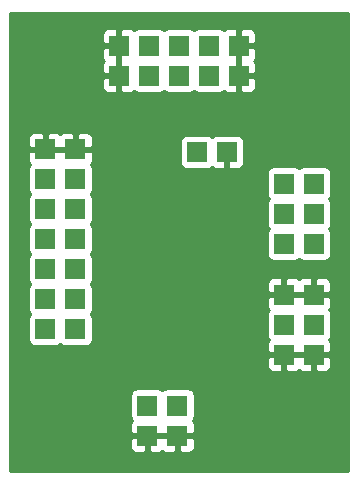
<source format=gbr>
G04 #@! TF.FileFunction,Copper,L1,Top,Signal*
%FSLAX46Y46*%
G04 Gerber Fmt 4.6, Leading zero omitted, Abs format (unit mm)*
G04 Created by KiCad (PCBNEW 0.201503110816+5502~22~ubuntu14.04.1-product) date St 11. březen 2015, 22:28:45 CET*
%MOMM*%
G01*
G04 APERTURE LIST*
%ADD10C,0.100000*%
%ADD11R,1.651000X1.651000*%
%ADD12C,6.000000*%
%ADD13C,0.889000*%
%ADD14C,0.508000*%
%ADD15C,0.254000*%
G04 APERTURE END LIST*
D10*
D11*
X26670000Y20193000D03*
X26670000Y22733000D03*
X26670000Y25273000D03*
X24130000Y25273000D03*
X24130000Y22733000D03*
X24130000Y20193000D03*
X26670000Y10795000D03*
X26670000Y13335000D03*
X26670000Y15875000D03*
X24130000Y15875000D03*
X24130000Y13335000D03*
X24130000Y10795000D03*
X6477000Y28194000D03*
X3937000Y12954000D03*
X6477000Y25654000D03*
X3937000Y18034000D03*
X3937000Y25654000D03*
X6477000Y23114000D03*
X6477000Y18034000D03*
X3937000Y20574000D03*
X6477000Y12954000D03*
X6477000Y15494000D03*
X6477000Y20574000D03*
X3937000Y23114000D03*
X3937000Y15494000D03*
X3937000Y28194000D03*
X17780000Y34417000D03*
X10160000Y36957000D03*
X15240000Y36957000D03*
X10160000Y34417000D03*
X20320000Y36957000D03*
X17780000Y36957000D03*
X12700000Y36957000D03*
X20320000Y34417000D03*
X12700000Y34417000D03*
X15240000Y34417000D03*
D12*
X25400000Y5080000D03*
X5080000Y35560000D03*
X5080000Y5080000D03*
X25400000Y35560000D03*
D11*
X16764000Y27940000D03*
X19304000Y27940000D03*
X12573000Y6477000D03*
X12573000Y3937000D03*
X15113000Y3937000D03*
X15113000Y6477000D03*
D13*
X22352000Y17018000D03*
D14*
X22352000Y17018000D02*
X19304000Y20066000D01*
X19304000Y20066000D02*
X19304000Y27940000D01*
D15*
G36*
X29539000Y941000D02*
X28142940Y941000D01*
X28142940Y12509500D01*
X28142940Y14160500D01*
X28142940Y19367500D01*
X28142940Y21018500D01*
X28095963Y21260623D01*
X27962194Y21464261D01*
X28092877Y21657860D01*
X28142940Y21907500D01*
X28142940Y23558500D01*
X28095963Y23800623D01*
X27962194Y24004261D01*
X28092877Y24197860D01*
X28142940Y24447500D01*
X28142940Y26098500D01*
X28095963Y26340623D01*
X27956173Y26553427D01*
X27745140Y26695877D01*
X27495500Y26745940D01*
X25844500Y26745940D01*
X25602377Y26698963D01*
X25398739Y26565195D01*
X25205140Y26695877D01*
X24955500Y26745940D01*
X23304500Y26745940D01*
X23062377Y26698963D01*
X22849573Y26559173D01*
X22707123Y26348140D01*
X22657060Y26098500D01*
X22657060Y24447500D01*
X22704037Y24205377D01*
X22837805Y24001740D01*
X22707123Y23808140D01*
X22657060Y23558500D01*
X22657060Y21907500D01*
X22704037Y21665377D01*
X22837805Y21461740D01*
X22707123Y21268140D01*
X22657060Y21018500D01*
X22657060Y19367500D01*
X22704037Y19125377D01*
X22843827Y18912573D01*
X23054860Y18770123D01*
X23304500Y18720060D01*
X24955500Y18720060D01*
X25197623Y18767037D01*
X25401260Y18900806D01*
X25594860Y18770123D01*
X25844500Y18720060D01*
X27495500Y18720060D01*
X27737623Y18767037D01*
X27950427Y18906827D01*
X28092877Y19117860D01*
X28142940Y19367500D01*
X28142940Y14160500D01*
X28095963Y14402623D01*
X27957473Y14613448D01*
X28033827Y14689802D01*
X28130500Y14923191D01*
X28130500Y15589250D01*
X28130500Y16160750D01*
X28130500Y16826809D01*
X28033827Y17060198D01*
X27855199Y17238827D01*
X27621810Y17335500D01*
X27369191Y17335500D01*
X26955750Y17335500D01*
X26797000Y17176750D01*
X26797000Y16002000D01*
X27971750Y16002000D01*
X28130500Y16160750D01*
X28130500Y15589250D01*
X27971750Y15748000D01*
X26797000Y15748000D01*
X26797000Y15728000D01*
X26543000Y15728000D01*
X26543000Y15748000D01*
X26543000Y16002000D01*
X26543000Y17176750D01*
X26384250Y17335500D01*
X25970809Y17335500D01*
X25718190Y17335500D01*
X25484801Y17238827D01*
X25400000Y17154026D01*
X25315199Y17238827D01*
X25081810Y17335500D01*
X24829191Y17335500D01*
X24415750Y17335500D01*
X24257000Y17176750D01*
X24257000Y16002000D01*
X25368250Y16002000D01*
X25431750Y16002000D01*
X26543000Y16002000D01*
X26543000Y15748000D01*
X25431750Y15748000D01*
X25368250Y15748000D01*
X24257000Y15748000D01*
X24257000Y15728000D01*
X24003000Y15728000D01*
X24003000Y15748000D01*
X24003000Y16002000D01*
X24003000Y17176750D01*
X23844250Y17335500D01*
X23430809Y17335500D01*
X23178190Y17335500D01*
X22944801Y17238827D01*
X22766173Y17060198D01*
X22669500Y16826809D01*
X22669500Y16160750D01*
X22828250Y16002000D01*
X24003000Y16002000D01*
X24003000Y15748000D01*
X22828250Y15748000D01*
X22669500Y15589250D01*
X22669500Y14923191D01*
X22766173Y14689802D01*
X22843620Y14612355D01*
X22707123Y14410140D01*
X22657060Y14160500D01*
X22657060Y12509500D01*
X22704037Y12267377D01*
X22842526Y12056553D01*
X22766173Y11980198D01*
X22669500Y11746809D01*
X22669500Y11080750D01*
X22828250Y10922000D01*
X24003000Y10922000D01*
X24003000Y10942000D01*
X24257000Y10942000D01*
X24257000Y10922000D01*
X25368250Y10922000D01*
X25431750Y10922000D01*
X26543000Y10922000D01*
X26543000Y10942000D01*
X26797000Y10942000D01*
X26797000Y10922000D01*
X27971750Y10922000D01*
X28130500Y11080750D01*
X28130500Y11746809D01*
X28033827Y11980198D01*
X27956379Y12057646D01*
X28092877Y12259860D01*
X28142940Y12509500D01*
X28142940Y941000D01*
X28130500Y941000D01*
X28130500Y9843191D01*
X28130500Y10509250D01*
X27971750Y10668000D01*
X26797000Y10668000D01*
X26797000Y9493250D01*
X26955750Y9334500D01*
X27369191Y9334500D01*
X27621810Y9334500D01*
X27855199Y9431173D01*
X28033827Y9609802D01*
X28130500Y9843191D01*
X28130500Y941000D01*
X26543000Y941000D01*
X26543000Y9493250D01*
X26543000Y10668000D01*
X25431750Y10668000D01*
X25368250Y10668000D01*
X24257000Y10668000D01*
X24257000Y9493250D01*
X24415750Y9334500D01*
X24829191Y9334500D01*
X25081810Y9334500D01*
X25315199Y9431173D01*
X25400000Y9515975D01*
X25484801Y9431173D01*
X25718190Y9334500D01*
X25970809Y9334500D01*
X26384250Y9334500D01*
X26543000Y9493250D01*
X26543000Y941000D01*
X24003000Y941000D01*
X24003000Y9493250D01*
X24003000Y10668000D01*
X22828250Y10668000D01*
X22669500Y10509250D01*
X22669500Y9843191D01*
X22766173Y9609802D01*
X22944801Y9431173D01*
X23178190Y9334500D01*
X23430809Y9334500D01*
X23844250Y9334500D01*
X24003000Y9493250D01*
X24003000Y941000D01*
X21780500Y941000D01*
X21780500Y33465190D01*
X21780500Y33717809D01*
X21780500Y34131250D01*
X21780500Y34702750D01*
X21780500Y35116191D01*
X21780500Y35368810D01*
X21683827Y35602199D01*
X21599025Y35687000D01*
X21683827Y35771801D01*
X21780500Y36005190D01*
X21780500Y36257809D01*
X21780500Y36671250D01*
X21780500Y37242750D01*
X21780500Y37656191D01*
X21780500Y37908810D01*
X21683827Y38142199D01*
X21505198Y38320827D01*
X21271809Y38417500D01*
X20605750Y38417500D01*
X20447000Y38258750D01*
X20447000Y37084000D01*
X21621750Y37084000D01*
X21780500Y37242750D01*
X21780500Y36671250D01*
X21621750Y36830000D01*
X20447000Y36830000D01*
X20447000Y35718750D01*
X20447000Y35655250D01*
X20447000Y34544000D01*
X21621750Y34544000D01*
X21780500Y34702750D01*
X21780500Y34131250D01*
X21621750Y34290000D01*
X20447000Y34290000D01*
X20447000Y33115250D01*
X20605750Y32956500D01*
X21271809Y32956500D01*
X21505198Y33053173D01*
X21683827Y33231801D01*
X21780500Y33465190D01*
X21780500Y941000D01*
X20776940Y941000D01*
X20776940Y27114500D01*
X20776940Y28765500D01*
X20729963Y29007623D01*
X20590173Y29220427D01*
X20379140Y29362877D01*
X20193000Y29400205D01*
X20193000Y33115250D01*
X20193000Y34290000D01*
X20173000Y34290000D01*
X20173000Y34544000D01*
X20193000Y34544000D01*
X20193000Y35655250D01*
X20193000Y35718750D01*
X20193000Y36830000D01*
X20173000Y36830000D01*
X20173000Y37084000D01*
X20193000Y37084000D01*
X20193000Y38258750D01*
X20034250Y38417500D01*
X19368191Y38417500D01*
X19134802Y38320827D01*
X19057354Y38243380D01*
X18855140Y38379877D01*
X18605500Y38429940D01*
X16954500Y38429940D01*
X16712377Y38382963D01*
X16508739Y38249195D01*
X16315140Y38379877D01*
X16065500Y38429940D01*
X14414500Y38429940D01*
X14172377Y38382963D01*
X13968739Y38249195D01*
X13775140Y38379877D01*
X13525500Y38429940D01*
X11874500Y38429940D01*
X11632377Y38382963D01*
X11421552Y38244474D01*
X11345198Y38320827D01*
X11111809Y38417500D01*
X10445750Y38417500D01*
X10287000Y38258750D01*
X10287000Y37084000D01*
X10307000Y37084000D01*
X10307000Y36830000D01*
X10287000Y36830000D01*
X10287000Y35718750D01*
X10287000Y35655250D01*
X10287000Y34544000D01*
X10307000Y34544000D01*
X10307000Y34290000D01*
X10287000Y34290000D01*
X10287000Y33115250D01*
X10445750Y32956500D01*
X11111809Y32956500D01*
X11345198Y33053173D01*
X11422645Y33130621D01*
X11624860Y32994123D01*
X11874500Y32944060D01*
X13525500Y32944060D01*
X13767623Y32991037D01*
X13971260Y33124806D01*
X14164860Y32994123D01*
X14414500Y32944060D01*
X16065500Y32944060D01*
X16307623Y32991037D01*
X16511260Y33124806D01*
X16704860Y32994123D01*
X16954500Y32944060D01*
X18605500Y32944060D01*
X18847623Y32991037D01*
X19058447Y33129527D01*
X19134802Y33053173D01*
X19368191Y32956500D01*
X20034250Y32956500D01*
X20193000Y33115250D01*
X20193000Y29400205D01*
X20129500Y29412940D01*
X18478500Y29412940D01*
X18236377Y29365963D01*
X18032739Y29232195D01*
X17839140Y29362877D01*
X17589500Y29412940D01*
X15938500Y29412940D01*
X15696377Y29365963D01*
X15483573Y29226173D01*
X15341123Y29015140D01*
X15291060Y28765500D01*
X15291060Y27114500D01*
X15338037Y26872377D01*
X15477827Y26659573D01*
X15688860Y26517123D01*
X15938500Y26467060D01*
X17589500Y26467060D01*
X17831623Y26514037D01*
X18035260Y26647806D01*
X18228860Y26517123D01*
X18478500Y26467060D01*
X20129500Y26467060D01*
X20371623Y26514037D01*
X20584427Y26653827D01*
X20726877Y26864860D01*
X20776940Y27114500D01*
X20776940Y941000D01*
X16585940Y941000D01*
X16585940Y5651500D01*
X16585940Y7302500D01*
X16538963Y7544623D01*
X16399173Y7757427D01*
X16188140Y7899877D01*
X15938500Y7949940D01*
X14287500Y7949940D01*
X14045377Y7902963D01*
X13841739Y7769195D01*
X13648140Y7899877D01*
X13398500Y7949940D01*
X11747500Y7949940D01*
X11505377Y7902963D01*
X11292573Y7763173D01*
X11150123Y7552140D01*
X11100060Y7302500D01*
X11100060Y5651500D01*
X11147037Y5409377D01*
X11285526Y5198553D01*
X11209173Y5122198D01*
X11112500Y4888809D01*
X11112500Y4222750D01*
X11271250Y4064000D01*
X12446000Y4064000D01*
X12446000Y4084000D01*
X12700000Y4084000D01*
X12700000Y4064000D01*
X13811250Y4064000D01*
X13874750Y4064000D01*
X14986000Y4064000D01*
X14986000Y4084000D01*
X15240000Y4084000D01*
X15240000Y4064000D01*
X16414750Y4064000D01*
X16573500Y4222750D01*
X16573500Y4888809D01*
X16476827Y5122198D01*
X16399379Y5199646D01*
X16535877Y5401860D01*
X16585940Y5651500D01*
X16585940Y941000D01*
X16573500Y941000D01*
X16573500Y2985191D01*
X16573500Y3651250D01*
X16414750Y3810000D01*
X15240000Y3810000D01*
X15240000Y2635250D01*
X15398750Y2476500D01*
X15812191Y2476500D01*
X16064810Y2476500D01*
X16298199Y2573173D01*
X16476827Y2751802D01*
X16573500Y2985191D01*
X16573500Y941000D01*
X14986000Y941000D01*
X14986000Y2635250D01*
X14986000Y3810000D01*
X13874750Y3810000D01*
X13811250Y3810000D01*
X12700000Y3810000D01*
X12700000Y2635250D01*
X12858750Y2476500D01*
X13272191Y2476500D01*
X13524810Y2476500D01*
X13758199Y2573173D01*
X13843000Y2657975D01*
X13927801Y2573173D01*
X14161190Y2476500D01*
X14413809Y2476500D01*
X14827250Y2476500D01*
X14986000Y2635250D01*
X14986000Y941000D01*
X12446000Y941000D01*
X12446000Y2635250D01*
X12446000Y3810000D01*
X11271250Y3810000D01*
X11112500Y3651250D01*
X11112500Y2985191D01*
X11209173Y2751802D01*
X11387801Y2573173D01*
X11621190Y2476500D01*
X11873809Y2476500D01*
X12287250Y2476500D01*
X12446000Y2635250D01*
X12446000Y941000D01*
X10033000Y941000D01*
X10033000Y33115250D01*
X10033000Y34290000D01*
X10033000Y34544000D01*
X10033000Y35655250D01*
X10033000Y35718750D01*
X10033000Y36830000D01*
X10033000Y37084000D01*
X10033000Y38258750D01*
X9874250Y38417500D01*
X9208191Y38417500D01*
X8974802Y38320827D01*
X8796173Y38142199D01*
X8699500Y37908810D01*
X8699500Y37656191D01*
X8699500Y37242750D01*
X8858250Y37084000D01*
X10033000Y37084000D01*
X10033000Y36830000D01*
X8858250Y36830000D01*
X8699500Y36671250D01*
X8699500Y36257809D01*
X8699500Y36005190D01*
X8796173Y35771801D01*
X8880974Y35687000D01*
X8796173Y35602199D01*
X8699500Y35368810D01*
X8699500Y35116191D01*
X8699500Y34702750D01*
X8858250Y34544000D01*
X10033000Y34544000D01*
X10033000Y34290000D01*
X8858250Y34290000D01*
X8699500Y34131250D01*
X8699500Y33717809D01*
X8699500Y33465190D01*
X8796173Y33231801D01*
X8974802Y33053173D01*
X9208191Y32956500D01*
X9874250Y32956500D01*
X10033000Y33115250D01*
X10033000Y941000D01*
X7949940Y941000D01*
X7949940Y12128500D01*
X7949940Y13779500D01*
X7902963Y14021623D01*
X7769194Y14225261D01*
X7899877Y14418860D01*
X7949940Y14668500D01*
X7949940Y16319500D01*
X7902963Y16561623D01*
X7769194Y16765261D01*
X7899877Y16958860D01*
X7949940Y17208500D01*
X7949940Y18859500D01*
X7902963Y19101623D01*
X7769194Y19305261D01*
X7899877Y19498860D01*
X7949940Y19748500D01*
X7949940Y21399500D01*
X7902963Y21641623D01*
X7769194Y21845261D01*
X7899877Y22038860D01*
X7949940Y22288500D01*
X7949940Y23939500D01*
X7902963Y24181623D01*
X7769194Y24385261D01*
X7899877Y24578860D01*
X7949940Y24828500D01*
X7949940Y26479500D01*
X7902963Y26721623D01*
X7764473Y26932448D01*
X7840827Y27008802D01*
X7937500Y27242191D01*
X7937500Y27908250D01*
X7937500Y28479750D01*
X7937500Y29145809D01*
X7840827Y29379198D01*
X7662199Y29557827D01*
X7428810Y29654500D01*
X7176191Y29654500D01*
X6762750Y29654500D01*
X6604000Y29495750D01*
X6604000Y28321000D01*
X7778750Y28321000D01*
X7937500Y28479750D01*
X7937500Y27908250D01*
X7778750Y28067000D01*
X6604000Y28067000D01*
X6604000Y28047000D01*
X6350000Y28047000D01*
X6350000Y28067000D01*
X6350000Y28321000D01*
X6350000Y29495750D01*
X6191250Y29654500D01*
X5777809Y29654500D01*
X5525190Y29654500D01*
X5291801Y29557827D01*
X5207000Y29473026D01*
X5122199Y29557827D01*
X4888810Y29654500D01*
X4636191Y29654500D01*
X4222750Y29654500D01*
X4064000Y29495750D01*
X4064000Y28321000D01*
X5175250Y28321000D01*
X5238750Y28321000D01*
X6350000Y28321000D01*
X6350000Y28067000D01*
X5238750Y28067000D01*
X5175250Y28067000D01*
X4064000Y28067000D01*
X4064000Y28047000D01*
X3810000Y28047000D01*
X3810000Y28067000D01*
X3810000Y28321000D01*
X3810000Y29495750D01*
X3651250Y29654500D01*
X3237809Y29654500D01*
X2985190Y29654500D01*
X2751801Y29557827D01*
X2573173Y29379198D01*
X2476500Y29145809D01*
X2476500Y28479750D01*
X2635250Y28321000D01*
X3810000Y28321000D01*
X3810000Y28067000D01*
X2635250Y28067000D01*
X2476500Y27908250D01*
X2476500Y27242191D01*
X2573173Y27008802D01*
X2650620Y26931355D01*
X2514123Y26729140D01*
X2464060Y26479500D01*
X2464060Y24828500D01*
X2511037Y24586377D01*
X2644805Y24382740D01*
X2514123Y24189140D01*
X2464060Y23939500D01*
X2464060Y22288500D01*
X2511037Y22046377D01*
X2644805Y21842740D01*
X2514123Y21649140D01*
X2464060Y21399500D01*
X2464060Y19748500D01*
X2511037Y19506377D01*
X2644805Y19302740D01*
X2514123Y19109140D01*
X2464060Y18859500D01*
X2464060Y17208500D01*
X2511037Y16966377D01*
X2644805Y16762740D01*
X2514123Y16569140D01*
X2464060Y16319500D01*
X2464060Y14668500D01*
X2511037Y14426377D01*
X2644805Y14222740D01*
X2514123Y14029140D01*
X2464060Y13779500D01*
X2464060Y12128500D01*
X2511037Y11886377D01*
X2650827Y11673573D01*
X2861860Y11531123D01*
X3111500Y11481060D01*
X4762500Y11481060D01*
X5004623Y11528037D01*
X5208260Y11661806D01*
X5401860Y11531123D01*
X5651500Y11481060D01*
X7302500Y11481060D01*
X7544623Y11528037D01*
X7757427Y11667827D01*
X7899877Y11878860D01*
X7949940Y12128500D01*
X7949940Y941000D01*
X941000Y941000D01*
X941000Y39699000D01*
X29539000Y39699000D01*
X29539000Y941000D01*
X29539000Y941000D01*
G37*
X29539000Y941000D02*
X28142940Y941000D01*
X28142940Y12509500D01*
X28142940Y14160500D01*
X28142940Y19367500D01*
X28142940Y21018500D01*
X28095963Y21260623D01*
X27962194Y21464261D01*
X28092877Y21657860D01*
X28142940Y21907500D01*
X28142940Y23558500D01*
X28095963Y23800623D01*
X27962194Y24004261D01*
X28092877Y24197860D01*
X28142940Y24447500D01*
X28142940Y26098500D01*
X28095963Y26340623D01*
X27956173Y26553427D01*
X27745140Y26695877D01*
X27495500Y26745940D01*
X25844500Y26745940D01*
X25602377Y26698963D01*
X25398739Y26565195D01*
X25205140Y26695877D01*
X24955500Y26745940D01*
X23304500Y26745940D01*
X23062377Y26698963D01*
X22849573Y26559173D01*
X22707123Y26348140D01*
X22657060Y26098500D01*
X22657060Y24447500D01*
X22704037Y24205377D01*
X22837805Y24001740D01*
X22707123Y23808140D01*
X22657060Y23558500D01*
X22657060Y21907500D01*
X22704037Y21665377D01*
X22837805Y21461740D01*
X22707123Y21268140D01*
X22657060Y21018500D01*
X22657060Y19367500D01*
X22704037Y19125377D01*
X22843827Y18912573D01*
X23054860Y18770123D01*
X23304500Y18720060D01*
X24955500Y18720060D01*
X25197623Y18767037D01*
X25401260Y18900806D01*
X25594860Y18770123D01*
X25844500Y18720060D01*
X27495500Y18720060D01*
X27737623Y18767037D01*
X27950427Y18906827D01*
X28092877Y19117860D01*
X28142940Y19367500D01*
X28142940Y14160500D01*
X28095963Y14402623D01*
X27957473Y14613448D01*
X28033827Y14689802D01*
X28130500Y14923191D01*
X28130500Y15589250D01*
X28130500Y16160750D01*
X28130500Y16826809D01*
X28033827Y17060198D01*
X27855199Y17238827D01*
X27621810Y17335500D01*
X27369191Y17335500D01*
X26955750Y17335500D01*
X26797000Y17176750D01*
X26797000Y16002000D01*
X27971750Y16002000D01*
X28130500Y16160750D01*
X28130500Y15589250D01*
X27971750Y15748000D01*
X26797000Y15748000D01*
X26797000Y15728000D01*
X26543000Y15728000D01*
X26543000Y15748000D01*
X26543000Y16002000D01*
X26543000Y17176750D01*
X26384250Y17335500D01*
X25970809Y17335500D01*
X25718190Y17335500D01*
X25484801Y17238827D01*
X25400000Y17154026D01*
X25315199Y17238827D01*
X25081810Y17335500D01*
X24829191Y17335500D01*
X24415750Y17335500D01*
X24257000Y17176750D01*
X24257000Y16002000D01*
X25368250Y16002000D01*
X25431750Y16002000D01*
X26543000Y16002000D01*
X26543000Y15748000D01*
X25431750Y15748000D01*
X25368250Y15748000D01*
X24257000Y15748000D01*
X24257000Y15728000D01*
X24003000Y15728000D01*
X24003000Y15748000D01*
X24003000Y16002000D01*
X24003000Y17176750D01*
X23844250Y17335500D01*
X23430809Y17335500D01*
X23178190Y17335500D01*
X22944801Y17238827D01*
X22766173Y17060198D01*
X22669500Y16826809D01*
X22669500Y16160750D01*
X22828250Y16002000D01*
X24003000Y16002000D01*
X24003000Y15748000D01*
X22828250Y15748000D01*
X22669500Y15589250D01*
X22669500Y14923191D01*
X22766173Y14689802D01*
X22843620Y14612355D01*
X22707123Y14410140D01*
X22657060Y14160500D01*
X22657060Y12509500D01*
X22704037Y12267377D01*
X22842526Y12056553D01*
X22766173Y11980198D01*
X22669500Y11746809D01*
X22669500Y11080750D01*
X22828250Y10922000D01*
X24003000Y10922000D01*
X24003000Y10942000D01*
X24257000Y10942000D01*
X24257000Y10922000D01*
X25368250Y10922000D01*
X25431750Y10922000D01*
X26543000Y10922000D01*
X26543000Y10942000D01*
X26797000Y10942000D01*
X26797000Y10922000D01*
X27971750Y10922000D01*
X28130500Y11080750D01*
X28130500Y11746809D01*
X28033827Y11980198D01*
X27956379Y12057646D01*
X28092877Y12259860D01*
X28142940Y12509500D01*
X28142940Y941000D01*
X28130500Y941000D01*
X28130500Y9843191D01*
X28130500Y10509250D01*
X27971750Y10668000D01*
X26797000Y10668000D01*
X26797000Y9493250D01*
X26955750Y9334500D01*
X27369191Y9334500D01*
X27621810Y9334500D01*
X27855199Y9431173D01*
X28033827Y9609802D01*
X28130500Y9843191D01*
X28130500Y941000D01*
X26543000Y941000D01*
X26543000Y9493250D01*
X26543000Y10668000D01*
X25431750Y10668000D01*
X25368250Y10668000D01*
X24257000Y10668000D01*
X24257000Y9493250D01*
X24415750Y9334500D01*
X24829191Y9334500D01*
X25081810Y9334500D01*
X25315199Y9431173D01*
X25400000Y9515975D01*
X25484801Y9431173D01*
X25718190Y9334500D01*
X25970809Y9334500D01*
X26384250Y9334500D01*
X26543000Y9493250D01*
X26543000Y941000D01*
X24003000Y941000D01*
X24003000Y9493250D01*
X24003000Y10668000D01*
X22828250Y10668000D01*
X22669500Y10509250D01*
X22669500Y9843191D01*
X22766173Y9609802D01*
X22944801Y9431173D01*
X23178190Y9334500D01*
X23430809Y9334500D01*
X23844250Y9334500D01*
X24003000Y9493250D01*
X24003000Y941000D01*
X21780500Y941000D01*
X21780500Y33465190D01*
X21780500Y33717809D01*
X21780500Y34131250D01*
X21780500Y34702750D01*
X21780500Y35116191D01*
X21780500Y35368810D01*
X21683827Y35602199D01*
X21599025Y35687000D01*
X21683827Y35771801D01*
X21780500Y36005190D01*
X21780500Y36257809D01*
X21780500Y36671250D01*
X21780500Y37242750D01*
X21780500Y37656191D01*
X21780500Y37908810D01*
X21683827Y38142199D01*
X21505198Y38320827D01*
X21271809Y38417500D01*
X20605750Y38417500D01*
X20447000Y38258750D01*
X20447000Y37084000D01*
X21621750Y37084000D01*
X21780500Y37242750D01*
X21780500Y36671250D01*
X21621750Y36830000D01*
X20447000Y36830000D01*
X20447000Y35718750D01*
X20447000Y35655250D01*
X20447000Y34544000D01*
X21621750Y34544000D01*
X21780500Y34702750D01*
X21780500Y34131250D01*
X21621750Y34290000D01*
X20447000Y34290000D01*
X20447000Y33115250D01*
X20605750Y32956500D01*
X21271809Y32956500D01*
X21505198Y33053173D01*
X21683827Y33231801D01*
X21780500Y33465190D01*
X21780500Y941000D01*
X20776940Y941000D01*
X20776940Y27114500D01*
X20776940Y28765500D01*
X20729963Y29007623D01*
X20590173Y29220427D01*
X20379140Y29362877D01*
X20193000Y29400205D01*
X20193000Y33115250D01*
X20193000Y34290000D01*
X20173000Y34290000D01*
X20173000Y34544000D01*
X20193000Y34544000D01*
X20193000Y35655250D01*
X20193000Y35718750D01*
X20193000Y36830000D01*
X20173000Y36830000D01*
X20173000Y37084000D01*
X20193000Y37084000D01*
X20193000Y38258750D01*
X20034250Y38417500D01*
X19368191Y38417500D01*
X19134802Y38320827D01*
X19057354Y38243380D01*
X18855140Y38379877D01*
X18605500Y38429940D01*
X16954500Y38429940D01*
X16712377Y38382963D01*
X16508739Y38249195D01*
X16315140Y38379877D01*
X16065500Y38429940D01*
X14414500Y38429940D01*
X14172377Y38382963D01*
X13968739Y38249195D01*
X13775140Y38379877D01*
X13525500Y38429940D01*
X11874500Y38429940D01*
X11632377Y38382963D01*
X11421552Y38244474D01*
X11345198Y38320827D01*
X11111809Y38417500D01*
X10445750Y38417500D01*
X10287000Y38258750D01*
X10287000Y37084000D01*
X10307000Y37084000D01*
X10307000Y36830000D01*
X10287000Y36830000D01*
X10287000Y35718750D01*
X10287000Y35655250D01*
X10287000Y34544000D01*
X10307000Y34544000D01*
X10307000Y34290000D01*
X10287000Y34290000D01*
X10287000Y33115250D01*
X10445750Y32956500D01*
X11111809Y32956500D01*
X11345198Y33053173D01*
X11422645Y33130621D01*
X11624860Y32994123D01*
X11874500Y32944060D01*
X13525500Y32944060D01*
X13767623Y32991037D01*
X13971260Y33124806D01*
X14164860Y32994123D01*
X14414500Y32944060D01*
X16065500Y32944060D01*
X16307623Y32991037D01*
X16511260Y33124806D01*
X16704860Y32994123D01*
X16954500Y32944060D01*
X18605500Y32944060D01*
X18847623Y32991037D01*
X19058447Y33129527D01*
X19134802Y33053173D01*
X19368191Y32956500D01*
X20034250Y32956500D01*
X20193000Y33115250D01*
X20193000Y29400205D01*
X20129500Y29412940D01*
X18478500Y29412940D01*
X18236377Y29365963D01*
X18032739Y29232195D01*
X17839140Y29362877D01*
X17589500Y29412940D01*
X15938500Y29412940D01*
X15696377Y29365963D01*
X15483573Y29226173D01*
X15341123Y29015140D01*
X15291060Y28765500D01*
X15291060Y27114500D01*
X15338037Y26872377D01*
X15477827Y26659573D01*
X15688860Y26517123D01*
X15938500Y26467060D01*
X17589500Y26467060D01*
X17831623Y26514037D01*
X18035260Y26647806D01*
X18228860Y26517123D01*
X18478500Y26467060D01*
X20129500Y26467060D01*
X20371623Y26514037D01*
X20584427Y26653827D01*
X20726877Y26864860D01*
X20776940Y27114500D01*
X20776940Y941000D01*
X16585940Y941000D01*
X16585940Y5651500D01*
X16585940Y7302500D01*
X16538963Y7544623D01*
X16399173Y7757427D01*
X16188140Y7899877D01*
X15938500Y7949940D01*
X14287500Y7949940D01*
X14045377Y7902963D01*
X13841739Y7769195D01*
X13648140Y7899877D01*
X13398500Y7949940D01*
X11747500Y7949940D01*
X11505377Y7902963D01*
X11292573Y7763173D01*
X11150123Y7552140D01*
X11100060Y7302500D01*
X11100060Y5651500D01*
X11147037Y5409377D01*
X11285526Y5198553D01*
X11209173Y5122198D01*
X11112500Y4888809D01*
X11112500Y4222750D01*
X11271250Y4064000D01*
X12446000Y4064000D01*
X12446000Y4084000D01*
X12700000Y4084000D01*
X12700000Y4064000D01*
X13811250Y4064000D01*
X13874750Y4064000D01*
X14986000Y4064000D01*
X14986000Y4084000D01*
X15240000Y4084000D01*
X15240000Y4064000D01*
X16414750Y4064000D01*
X16573500Y4222750D01*
X16573500Y4888809D01*
X16476827Y5122198D01*
X16399379Y5199646D01*
X16535877Y5401860D01*
X16585940Y5651500D01*
X16585940Y941000D01*
X16573500Y941000D01*
X16573500Y2985191D01*
X16573500Y3651250D01*
X16414750Y3810000D01*
X15240000Y3810000D01*
X15240000Y2635250D01*
X15398750Y2476500D01*
X15812191Y2476500D01*
X16064810Y2476500D01*
X16298199Y2573173D01*
X16476827Y2751802D01*
X16573500Y2985191D01*
X16573500Y941000D01*
X14986000Y941000D01*
X14986000Y2635250D01*
X14986000Y3810000D01*
X13874750Y3810000D01*
X13811250Y3810000D01*
X12700000Y3810000D01*
X12700000Y2635250D01*
X12858750Y2476500D01*
X13272191Y2476500D01*
X13524810Y2476500D01*
X13758199Y2573173D01*
X13843000Y2657975D01*
X13927801Y2573173D01*
X14161190Y2476500D01*
X14413809Y2476500D01*
X14827250Y2476500D01*
X14986000Y2635250D01*
X14986000Y941000D01*
X12446000Y941000D01*
X12446000Y2635250D01*
X12446000Y3810000D01*
X11271250Y3810000D01*
X11112500Y3651250D01*
X11112500Y2985191D01*
X11209173Y2751802D01*
X11387801Y2573173D01*
X11621190Y2476500D01*
X11873809Y2476500D01*
X12287250Y2476500D01*
X12446000Y2635250D01*
X12446000Y941000D01*
X10033000Y941000D01*
X10033000Y33115250D01*
X10033000Y34290000D01*
X10033000Y34544000D01*
X10033000Y35655250D01*
X10033000Y35718750D01*
X10033000Y36830000D01*
X10033000Y37084000D01*
X10033000Y38258750D01*
X9874250Y38417500D01*
X9208191Y38417500D01*
X8974802Y38320827D01*
X8796173Y38142199D01*
X8699500Y37908810D01*
X8699500Y37656191D01*
X8699500Y37242750D01*
X8858250Y37084000D01*
X10033000Y37084000D01*
X10033000Y36830000D01*
X8858250Y36830000D01*
X8699500Y36671250D01*
X8699500Y36257809D01*
X8699500Y36005190D01*
X8796173Y35771801D01*
X8880974Y35687000D01*
X8796173Y35602199D01*
X8699500Y35368810D01*
X8699500Y35116191D01*
X8699500Y34702750D01*
X8858250Y34544000D01*
X10033000Y34544000D01*
X10033000Y34290000D01*
X8858250Y34290000D01*
X8699500Y34131250D01*
X8699500Y33717809D01*
X8699500Y33465190D01*
X8796173Y33231801D01*
X8974802Y33053173D01*
X9208191Y32956500D01*
X9874250Y32956500D01*
X10033000Y33115250D01*
X10033000Y941000D01*
X7949940Y941000D01*
X7949940Y12128500D01*
X7949940Y13779500D01*
X7902963Y14021623D01*
X7769194Y14225261D01*
X7899877Y14418860D01*
X7949940Y14668500D01*
X7949940Y16319500D01*
X7902963Y16561623D01*
X7769194Y16765261D01*
X7899877Y16958860D01*
X7949940Y17208500D01*
X7949940Y18859500D01*
X7902963Y19101623D01*
X7769194Y19305261D01*
X7899877Y19498860D01*
X7949940Y19748500D01*
X7949940Y21399500D01*
X7902963Y21641623D01*
X7769194Y21845261D01*
X7899877Y22038860D01*
X7949940Y22288500D01*
X7949940Y23939500D01*
X7902963Y24181623D01*
X7769194Y24385261D01*
X7899877Y24578860D01*
X7949940Y24828500D01*
X7949940Y26479500D01*
X7902963Y26721623D01*
X7764473Y26932448D01*
X7840827Y27008802D01*
X7937500Y27242191D01*
X7937500Y27908250D01*
X7937500Y28479750D01*
X7937500Y29145809D01*
X7840827Y29379198D01*
X7662199Y29557827D01*
X7428810Y29654500D01*
X7176191Y29654500D01*
X6762750Y29654500D01*
X6604000Y29495750D01*
X6604000Y28321000D01*
X7778750Y28321000D01*
X7937500Y28479750D01*
X7937500Y27908250D01*
X7778750Y28067000D01*
X6604000Y28067000D01*
X6604000Y28047000D01*
X6350000Y28047000D01*
X6350000Y28067000D01*
X6350000Y28321000D01*
X6350000Y29495750D01*
X6191250Y29654500D01*
X5777809Y29654500D01*
X5525190Y29654500D01*
X5291801Y29557827D01*
X5207000Y29473026D01*
X5122199Y29557827D01*
X4888810Y29654500D01*
X4636191Y29654500D01*
X4222750Y29654500D01*
X4064000Y29495750D01*
X4064000Y28321000D01*
X5175250Y28321000D01*
X5238750Y28321000D01*
X6350000Y28321000D01*
X6350000Y28067000D01*
X5238750Y28067000D01*
X5175250Y28067000D01*
X4064000Y28067000D01*
X4064000Y28047000D01*
X3810000Y28047000D01*
X3810000Y28067000D01*
X3810000Y28321000D01*
X3810000Y29495750D01*
X3651250Y29654500D01*
X3237809Y29654500D01*
X2985190Y29654500D01*
X2751801Y29557827D01*
X2573173Y29379198D01*
X2476500Y29145809D01*
X2476500Y28479750D01*
X2635250Y28321000D01*
X3810000Y28321000D01*
X3810000Y28067000D01*
X2635250Y28067000D01*
X2476500Y27908250D01*
X2476500Y27242191D01*
X2573173Y27008802D01*
X2650620Y26931355D01*
X2514123Y26729140D01*
X2464060Y26479500D01*
X2464060Y24828500D01*
X2511037Y24586377D01*
X2644805Y24382740D01*
X2514123Y24189140D01*
X2464060Y23939500D01*
X2464060Y22288500D01*
X2511037Y22046377D01*
X2644805Y21842740D01*
X2514123Y21649140D01*
X2464060Y21399500D01*
X2464060Y19748500D01*
X2511037Y19506377D01*
X2644805Y19302740D01*
X2514123Y19109140D01*
X2464060Y18859500D01*
X2464060Y17208500D01*
X2511037Y16966377D01*
X2644805Y16762740D01*
X2514123Y16569140D01*
X2464060Y16319500D01*
X2464060Y14668500D01*
X2511037Y14426377D01*
X2644805Y14222740D01*
X2514123Y14029140D01*
X2464060Y13779500D01*
X2464060Y12128500D01*
X2511037Y11886377D01*
X2650827Y11673573D01*
X2861860Y11531123D01*
X3111500Y11481060D01*
X4762500Y11481060D01*
X5004623Y11528037D01*
X5208260Y11661806D01*
X5401860Y11531123D01*
X5651500Y11481060D01*
X7302500Y11481060D01*
X7544623Y11528037D01*
X7757427Y11667827D01*
X7899877Y11878860D01*
X7949940Y12128500D01*
X7949940Y941000D01*
X941000Y941000D01*
X941000Y39699000D01*
X29539000Y39699000D01*
X29539000Y941000D01*
M02*

</source>
